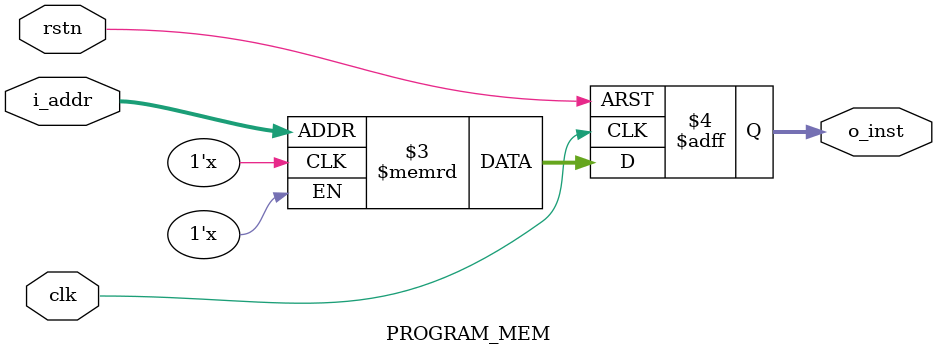
<source format=sv>
`timescale 1ns / 1ps


module PROGRAM_MEM
#( parameter MEMSIZE = 10 )
(
   input  logic                   clk, 
   input  logic                   rstn, 
   input  logic [(MEMSIZE-1):0]   i_addr,
   output logic [31:0]            o_inst 
    );
    
    
logic [31:0] ROM [(2**MEMSIZE-1):0];


always_ff @(posedge clk or negedge rstn)
begin
   if(!rstn)
   begin
      o_inst <= 32'h13; // NOP INSTRUCTION 
   end else begin
      o_inst <= ROM[i_addr];
   end 
end 


    
    
    
endmodule

</source>
